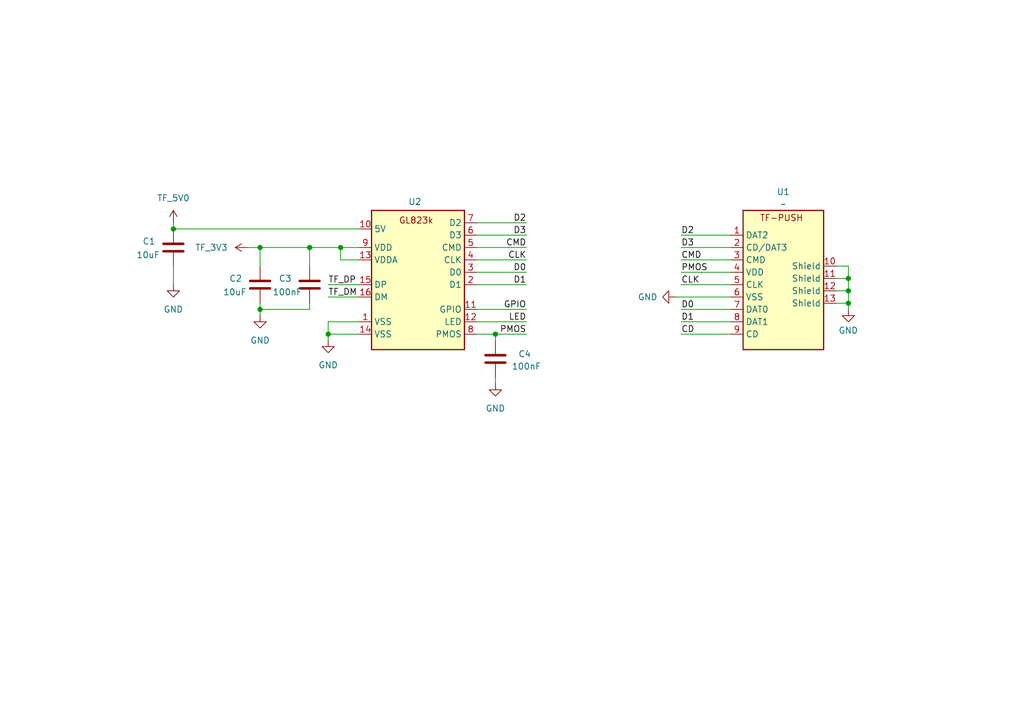
<source format=kicad_sch>
(kicad_sch (version 20231120) (generator "eeschema") (generator_version "8.0")
  (paper "A5")
  (title_block (date "2024-07-12"))
  (lib_symbols
    (symbol "Device:C" (pin_numbers hide) (pin_names (offset 0.254))
      (property "Reference" "C" (at 0.635 2.54 0))
      (property "Value" "C" (at 0.635 -2.54 0))
      (symbol "C_0_1"
        (polyline (pts (xy -2.032 -0.762) (xy 2.032 -0.762)) (stroke (width 0.508)))
        (polyline (pts (xy -2.032 0.762) (xy 2.032 0.762)) (stroke (width 0.508)))
      )
      (symbol "C_1_1"
        (pin passive line (at 0 3.81 270) (length 2.794) (name "~") (number "1"))
        (pin passive line (at 0 -3.81 90) (length 2.794) (name "~") (number "2"))
      )
    )
    (symbol "UsbHub:GL823K"
      (property "Reference" "U" (at 0 0.762 0))
      (symbol "GL823K_1_1"
        (rectangle (start 0 0) (end 19.05 -28.575) (stroke (width 0.254)) (fill (type background)))
        (text "GL823k" (at 9.144 -2.032 0) (effects (font (size 1.27 1.27))))
        (pin power_in line (at -2.54 -22.86 0) (length 2.54) (name "VSS") (number "1"))
        (pin power_in line (at -2.54 -3.81 0) (length 2.54) (name "5V") (number "10"))
        (pin passive line (at 21.59 -20.32 180) (length 2.54) (name "GPIO") (number "11"))
        (pin passive line (at 21.59 -22.86 180) (length 2.54) (name "LED") (number "12"))
        (pin power_in line (at -2.54 -10.16 0) (length 2.54) (name "VDDA") (number "13"))
        (pin power_in line (at -2.54 -25.4 0) (length 2.54) (name "VSS") (number "14"))
        (pin passive line (at -2.54 -15.24 0) (length 2.54) (name "DP") (number "15"))
        (pin passive line (at -2.54 -17.78 0) (length 2.54) (name "DM") (number "16"))
        (pin passive line (at 21.59 -15.24 180) (length 2.54) (name "D1") (number "2"))
        (pin passive line (at 21.59 -12.7 180) (length 2.54) (name "D0") (number "3"))
        (pin passive line (at 21.59 -10.16 180) (length 2.54) (name "CLK") (number "4"))
        (pin passive line (at 21.59 -7.62 180) (length 2.54) (name "CMD") (number "5"))
        (pin passive line (at 21.59 -5.08 180) (length 2.54) (name "D3") (number "6"))
        (pin passive line (at 21.59 -2.54 180) (length 2.54) (name "D2") (number "7"))
        (pin passive line (at 21.59 -25.4 180) (length 2.54) (name "PMOS") (number "8"))
        (pin power_in line (at -2.54 -7.62 0) (length 2.54) (name "VDD") (number "9"))
      )
    )
    (symbol "UsbHub:TF-PUSH"
      (property "Reference" "U" (at 8.128 0.762 0))
      (symbol "TF-PUSH_1_1"
        (rectangle (start 0 0) (end 16.51 -28.575) (stroke (width 0.254)) (fill (type background)))
        (text "TF-PUSH" (at 7.874 -1.524 0) (effects (font (size 1.27 1.27))))
        (pin passive line (at -2.54 -5.08 0) (length 2.54) (name "DAT2") (number "1"))
        (pin power_in line (at 19.05 -11.43 180) (length 2.54) (name "Shield") (number "10"))
        (pin power_in line (at 19.05 -13.97 180) (length 2.54) (name "Shield") (number "11"))
        (pin power_in line (at 19.05 -16.51 180) (length 2.54) (name "Shield") (number "12"))
        (pin power_in line (at 19.05 -19.05 180) (length 2.54) (name "Shield") (number "13"))
        (pin passive line (at -2.54 -7.62 0) (length 2.54) (name "CD/DAT3") (number "2"))
        (pin passive line (at -2.54 -10.16 0) (length 2.54) (name "CMD") (number "3"))
        (pin power_in line (at -2.54 -12.7 0) (length 2.54) (name "VDD") (number "4"))
        (pin passive line (at -2.54 -15.24 0) (length 2.54) (name "CLK") (number "5"))
        (pin power_in line (at -2.54 -17.78 0) (length 2.54) (name "VSS") (number "6"))
        (pin passive line (at -2.54 -20.32 0) (length 2.54) (name "DAT0") (number "7"))
        (pin passive line (at -2.54 -22.86 0) (length 2.54) (name "DAT1") (number "8"))
        (pin passive line (at -2.54 -25.4 0) (length 2.54) (name "CD") (number "9"))
      )
    )
    (symbol "power:+5V" (power) (pin_numbers hide) (pin_names (offset 0) hide)
      (property "Value" "+5V" (at 0 3.556 0))
      (symbol "+5V_0_1"
        (polyline (pts (xy -0.762 1.27) (xy 0 2.54)))
        (polyline (pts (xy 0 0) (xy 0 2.54)))
        (polyline (pts (xy 0 2.54) (xy 0.762 1.27)))
      )
      (symbol "+5V_1_1"
        (pin power_in line (at 0 0 90) (length 0) (name "~") (number "1"))
      )
    )
    (symbol "power:GND" (power) (pin_numbers hide) (pin_names (offset 0) hide)
      (property "Value" "GND" (at 0 -3.81 0))
      (symbol "GND_0_1"
        (polyline (pts (xy 0 0) (xy 0 -1.27) (xy 1.27 -1.27) (xy 0 -2.54) (xy -1.27 -1.27) (xy 0 -1.27)))
      )
      (symbol "GND_1_1"
        (pin power_in line (at 0 0 270) (length 0) (name "~") (number "1"))
      )
    )
  )
  (junction (at 173.99 59.69))
  (junction (at 173.99 57.15))
  (junction (at 35.56 46.99))
  (junction (at 101.6 68.58))
  (junction (at 67.31 68.58))
  (junction (at 63.5 50.8))
  (junction (at 69.85 50.8))
  (junction (at 173.99 62.23))
  (junction (at 53.34 50.8))
  (junction (at 53.34 63.5))
  (wire (pts (xy 97.79 66.04) (xy 107.95 66.04)))
  (wire (pts (xy 139.7 58.42) (xy 149.86 58.42)))
  (wire (pts (xy 107.95 50.8) (xy 97.79 50.8)))
  (wire (pts (xy 63.5 50.8) (xy 69.85 50.8)))
  (wire (pts (xy 63.5 62.23) (xy 63.5 63.5)))
  (wire (pts (xy 107.95 45.72) (xy 97.79 45.72)))
  (wire (pts (xy 97.79 63.5) (xy 107.95 63.5)))
  (wire (pts (xy 53.34 63.5) (xy 53.34 64.77)))
  (wire (pts (xy 107.95 55.88) (xy 97.79 55.88)))
  (wire (pts (xy 171.45 59.69) (xy 173.99 59.69)))
  (wire (pts (xy 63.5 63.5) (xy 53.34 63.5)))
  (wire (pts (xy 139.7 50.8) (xy 149.86 50.8)))
  (wire (pts (xy 107.95 58.42) (xy 97.79 58.42)))
  (wire (pts (xy 35.56 46.99) (xy 35.56 45.72)))
  (wire (pts (xy 171.45 57.15) (xy 173.99 57.15)))
  (wire (pts (xy 67.31 60.96) (xy 73.66 60.96)))
  (wire (pts (xy 67.31 68.58) (xy 67.31 69.85)))
  (wire (pts (xy 107.95 53.34) (xy 97.79 53.34)))
  (wire (pts (xy 101.6 68.58) (xy 107.95 68.58)))
  (wire (pts (xy 97.79 68.58) (xy 101.6 68.58)))
  (wire (pts (xy 139.7 53.34) (xy 149.86 53.34)))
  (wire (pts (xy 139.7 48.26) (xy 149.86 48.26)))
  (wire (pts (xy 173.99 54.61) (xy 173.99 57.15)))
  (wire (pts (xy 67.31 58.42) (xy 73.66 58.42)))
  (wire (pts (xy 107.95 48.26) (xy 97.79 48.26)))
  (wire (pts (xy 63.5 50.8) (xy 63.5 54.61)))
  (wire (pts (xy 139.7 55.88) (xy 149.86 55.88)))
  (wire (pts (xy 139.7 68.58) (xy 149.86 68.58)))
  (wire (pts (xy 50.8 50.8) (xy 53.34 50.8)))
  (wire (pts (xy 173.99 59.69) (xy 173.99 62.23)))
  (wire (pts (xy 171.45 54.61) (xy 173.99 54.61)))
  (wire (pts (xy 35.56 54.61) (xy 35.56 58.42)))
  (wire (pts (xy 69.85 50.8) (xy 73.66 50.8)))
  (wire (pts (xy 53.34 50.8) (xy 63.5 50.8)))
  (wire (pts (xy 101.6 69.85) (xy 101.6 68.58)))
  (wire (pts (xy 73.66 66.04) (xy 67.31 66.04)))
  (wire (pts (xy 69.85 50.8) (xy 69.85 53.34)))
  (wire (pts (xy 35.56 46.99) (xy 73.66 46.99)))
  (wire (pts (xy 139.7 63.5) (xy 149.86 63.5)))
  (wire (pts (xy 138.43 60.96) (xy 149.86 60.96)))
  (wire (pts (xy 67.31 68.58) (xy 73.66 68.58)))
  (wire (pts (xy 173.99 62.23) (xy 173.99 63.5)))
  (wire (pts (xy 67.31 66.04) (xy 67.31 68.58)))
  (wire (pts (xy 173.99 57.15) (xy 173.99 59.69)))
  (wire (pts (xy 73.66 53.34) (xy 69.85 53.34)))
  (wire (pts (xy 171.45 62.23) (xy 173.99 62.23)))
  (wire (pts (xy 101.6 77.47) (xy 101.6 78.74)))
  (wire (pts (xy 53.34 50.8) (xy 53.34 54.61)))
  (wire (pts (xy 53.34 62.23) (xy 53.34 63.5)))
  (wire (pts (xy 139.7 66.04) (xy 149.86 66.04)))
  (label "PMOS" (at 107.95 68.58 180))
  (label "CMD" (at 107.95 50.8 180))
  (label "TF_DP" (at 67.31 58.42 0))
  (label "D1" (at 139.7 66.04 0))
  (label "D2" (at 139.7 48.26 0))
  (label "D0" (at 139.7 63.5 0))
  (label "LED" (at 107.95 66.04 180))
  (label "D3" (at 139.7 50.8 0))
  (label "CD" (at 139.7 68.58 0))
  (label "D0" (at 107.95 55.88 180))
  (label "D2" (at 107.95 45.72 180))
  (label "D1" (at 107.95 58.42 180))
  (label "TF_DM" (at 67.31 60.96 0))
  (label "CMD" (at 139.7 53.34 0))
  (label "CLK" (at 139.7 58.42 0))
  (label "GPIO" (at 107.95 63.5 180))
  (label "CLK" (at 107.95 53.34 180))
  (label "D3" (at 107.95 48.26 180))
  (label "PMOS" (at 139.7 55.88 0))
  (symbol (lib_id "power:+5V") (at 35.56 45.72 0) (unit 1)
    (property "Reference" "#PWR02" (effects (hide yes)))
    (property "Value" "TF_5V0" (at 35.56 40.64 0))
    (property "Description" "Power symbol creates a global label with name \"+5V\"" (effects (hide yes)))
  )
  (symbol (lib_id "power:GND") (at 101.6 78.74 0) (unit 1)
    (property "Reference" "#PWR08" (effects (hide yes)))
    (property "Value" "GND" (at 101.6 83.82 0))
    (property "Description" "Power symbol creates a global label with name \"GND\" , ground" (effects (hide yes)))
  )
  (symbol (lib_id "UsbHub:GL823K") (at 76.2 43.18 0) (unit 1)
    (property "Reference" "U2" (at 85.09 41.402 0))
    (property "Value" "~" (at 85.725 41.91 0))
  )
  (symbol (lib_id "power:GND") (at 138.43 60.96 270) (unit 1)
    (property "Reference" "#PWR04" (effects (hide yes)))
    (property "Value" "GND" (at 134.874 60.96 90) (effects (justify right)))
    (property "Description" "Power symbol creates a global label with name \"GND\" , ground" (effects (hide yes)))
  )
  (symbol (lib_id "Device:C") (at 53.34 58.42 0) (unit 1)
    (property "Reference" "C2" (at 46.99 57.15 0) (effects (justify left)))
    (property "Value" "10uF" (at 45.72 59.944 0) (effects (justify left)))
    (property "Description" "Unpolarized capacitor" (effects (hide yes)))
  )
  (symbol (lib_id "Device:C") (at 35.56 50.8 0) (unit 1)
    (property "Reference" "C1" (at 29.21 49.53 0) (effects (justify left)))
    (property "Value" "10uF" (at 27.94 52.324 0) (effects (justify left)))
    (property "Description" "Unpolarized capacitor" (effects (hide yes)))
  )
  (symbol (lib_id "power:GND") (at 67.31 69.85 0) (unit 1)
    (property "Reference" "#PWR01" (effects (hide yes)))
    (property "Value" "GND" (at 67.31 74.93 0))
    (property "Description" "Power symbol creates a global label with name \"GND\" , ground" (effects (hide yes)))
  )
  (symbol (lib_id "power:GND") (at 35.56 58.42 0) (unit 1)
    (property "Reference" "#PWR03" (effects (hide yes)))
    (property "Value" "GND" (at 35.56 63.5 0))
    (property "Description" "Power symbol creates a global label with name \"GND\" , ground" (effects (hide yes)))
  )
  (symbol (lib_id "power:GND") (at 53.34 64.77 0) (unit 1)
    (property "Reference" "#PWR07" (effects (hide yes)))
    (property "Value" "GND" (at 53.34 69.85 0))
    (property "Description" "Power symbol creates a global label with name \"GND\" , ground" (effects (hide yes)))
  )
  (symbol (lib_id "Device:C") (at 101.6 73.66 0) (mirror y) (unit 1)
    (property "Reference" "C4" (at 108.966 72.644 0) (effects (justify left)))
    (property "Value" "100nF" (at 110.998 75.184 0) (effects (justify left)))
    (property "Description" "Unpolarized capacitor" (effects (hide yes)))
  )
  (symbol (lib_id "Device:C") (at 63.5 58.42 0) (unit 1)
    (property "Reference" "C3" (at 57.15 57.15 0) (effects (justify left)))
    (property "Value" "100nF" (at 55.88 59.944 0) (effects (justify left)))
    (property "Description" "Unpolarized capacitor" (effects (hide yes)))
  )
  (symbol (lib_id "power:+5V") (at 50.8 50.8 90) (unit 1)
    (property "Reference" "#PWR05" (effects (hide yes)))
    (property "Value" "TF_3V3" (at 46.736 50.8 90) (effects (justify left)))
    (property "Description" "Power symbol creates a global label with name \"+5V\"" (effects (hide yes)))
  )
  (symbol (lib_id "UsbHub:TF-PUSH") (at 152.4 43.18 0) (unit 1)
    (property "Reference" "U1" (at 160.655 39.37 0))
    (property "Value" "~" (at 160.655 41.91 0))
  )
  (symbol (lib_id "power:GND") (at 173.99 63.5 0) (unit 1)
    (property "Reference" "#PWR06" (effects (hide yes)))
    (property "Value" "GND" (at 176.022 67.818 0) (effects (justify right)))
    (property "Description" "Power symbol creates a global label with name \"GND\" , ground" (effects (hide yes)))
  )
)
</source>
